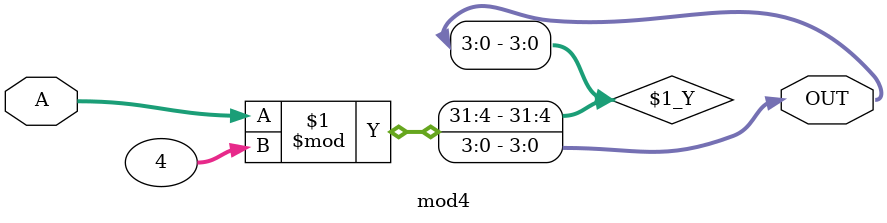
<source format=v>
`timescale 1ns / 1ps
module mod4(OUT, A);
input [3:0] A;
output [3:0] OUT;
assign OUT = A%4;
endmodule

</source>
